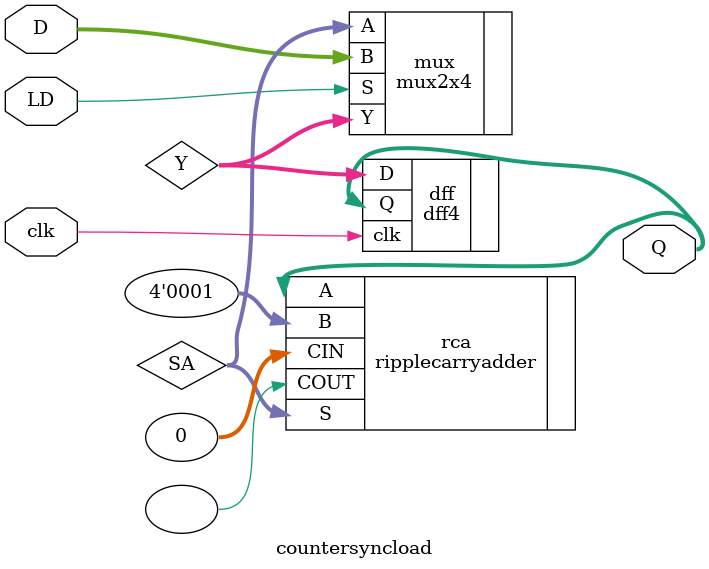
<source format=sv>
module countersyncload(
  input logic [3:0] D,
  input logic LD,
  input logic clk,
  output logic [3:0] Q
);
  logic [3:0] SA, Y;

  ripplecarryadder rca (
    .A(Q),
    .B(4'd1),
    .CIN(0),
    .S(SA),
    .COUT()
  );

  mux2x4 mux (
    .A(SA),
    .B(D),
    .S(LD),
    .Y(Y)
  );

  dff4 dff (
    .D(Y),
    .clk(clk),
    .Q(Q)
  );

endmodule: countersyncload

</source>
